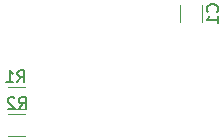
<source format=gbr>
%TF.GenerationSoftware,KiCad,Pcbnew,7.0.9-7.0.9~ubuntu20.04.1*%
%TF.CreationDate,2023-12-26T21:31:22+01:00*%
%TF.ProjectId,6303_PLCC_Addon,36333033-5f50-44c4-9343-5f4164646f6e,rev?*%
%TF.SameCoordinates,Original*%
%TF.FileFunction,Legend,Bot*%
%TF.FilePolarity,Positive*%
%FSLAX46Y46*%
G04 Gerber Fmt 4.6, Leading zero omitted, Abs format (unit mm)*
G04 Created by KiCad (PCBNEW 7.0.9-7.0.9~ubuntu20.04.1) date 2023-12-26 21:31:22*
%MOMM*%
%LPD*%
G01*
G04 APERTURE LIST*
%ADD10C,0.150000*%
%ADD11C,0.120000*%
G04 APERTURE END LIST*
D10*
X211505584Y-66850828D02*
X211553204Y-66803209D01*
X211553204Y-66803209D02*
X211600823Y-66660352D01*
X211600823Y-66660352D02*
X211600823Y-66565114D01*
X211600823Y-66565114D02*
X211553204Y-66422257D01*
X211553204Y-66422257D02*
X211457965Y-66327019D01*
X211457965Y-66327019D02*
X211362727Y-66279400D01*
X211362727Y-66279400D02*
X211172251Y-66231781D01*
X211172251Y-66231781D02*
X211029394Y-66231781D01*
X211029394Y-66231781D02*
X210838918Y-66279400D01*
X210838918Y-66279400D02*
X210743680Y-66327019D01*
X210743680Y-66327019D02*
X210648442Y-66422257D01*
X210648442Y-66422257D02*
X210600823Y-66565114D01*
X210600823Y-66565114D02*
X210600823Y-66660352D01*
X210600823Y-66660352D02*
X210648442Y-66803209D01*
X210648442Y-66803209D02*
X210696061Y-66850828D01*
X211600823Y-67803209D02*
X211600823Y-67231781D01*
X211600823Y-67517495D02*
X210600823Y-67517495D01*
X210600823Y-67517495D02*
X210743680Y-67422257D01*
X210743680Y-67422257D02*
X210838918Y-67327019D01*
X210838918Y-67327019D02*
X210886537Y-67231781D01*
X194589066Y-72816419D02*
X194922399Y-72340228D01*
X195160494Y-72816419D02*
X195160494Y-71816419D01*
X195160494Y-71816419D02*
X194779542Y-71816419D01*
X194779542Y-71816419D02*
X194684304Y-71864038D01*
X194684304Y-71864038D02*
X194636685Y-71911657D01*
X194636685Y-71911657D02*
X194589066Y-72006895D01*
X194589066Y-72006895D02*
X194589066Y-72149752D01*
X194589066Y-72149752D02*
X194636685Y-72244990D01*
X194636685Y-72244990D02*
X194684304Y-72292609D01*
X194684304Y-72292609D02*
X194779542Y-72340228D01*
X194779542Y-72340228D02*
X195160494Y-72340228D01*
X193636685Y-72816419D02*
X194208113Y-72816419D01*
X193922399Y-72816419D02*
X193922399Y-71816419D01*
X193922399Y-71816419D02*
X194017637Y-71959276D01*
X194017637Y-71959276D02*
X194112875Y-72054514D01*
X194112875Y-72054514D02*
X194208113Y-72102133D01*
X194704666Y-75088819D02*
X195037999Y-74612628D01*
X195276094Y-75088819D02*
X195276094Y-74088819D01*
X195276094Y-74088819D02*
X194895142Y-74088819D01*
X194895142Y-74088819D02*
X194799904Y-74136438D01*
X194799904Y-74136438D02*
X194752285Y-74184057D01*
X194752285Y-74184057D02*
X194704666Y-74279295D01*
X194704666Y-74279295D02*
X194704666Y-74422152D01*
X194704666Y-74422152D02*
X194752285Y-74517390D01*
X194752285Y-74517390D02*
X194799904Y-74565009D01*
X194799904Y-74565009D02*
X194895142Y-74612628D01*
X194895142Y-74612628D02*
X195276094Y-74612628D01*
X194323713Y-74184057D02*
X194276094Y-74136438D01*
X194276094Y-74136438D02*
X194180856Y-74088819D01*
X194180856Y-74088819D02*
X193942761Y-74088819D01*
X193942761Y-74088819D02*
X193847523Y-74136438D01*
X193847523Y-74136438D02*
X193799904Y-74184057D01*
X193799904Y-74184057D02*
X193752285Y-74279295D01*
X193752285Y-74279295D02*
X193752285Y-74374533D01*
X193752285Y-74374533D02*
X193799904Y-74517390D01*
X193799904Y-74517390D02*
X194371332Y-75088819D01*
X194371332Y-75088819D02*
X193752285Y-75088819D01*
D11*
%TO.C,C1*%
X208386004Y-67728747D02*
X208386004Y-66306243D01*
X210206004Y-67728747D02*
X210206004Y-66306243D01*
%TO.C,R1*%
X195265064Y-75078000D02*
X193810936Y-75078000D01*
X195265064Y-73258000D02*
X193810936Y-73258000D01*
%TO.C,R2*%
X195265064Y-77364000D02*
X193810936Y-77364000D01*
X195265064Y-75544000D02*
X193810936Y-75544000D01*
%TD*%
M02*

</source>
